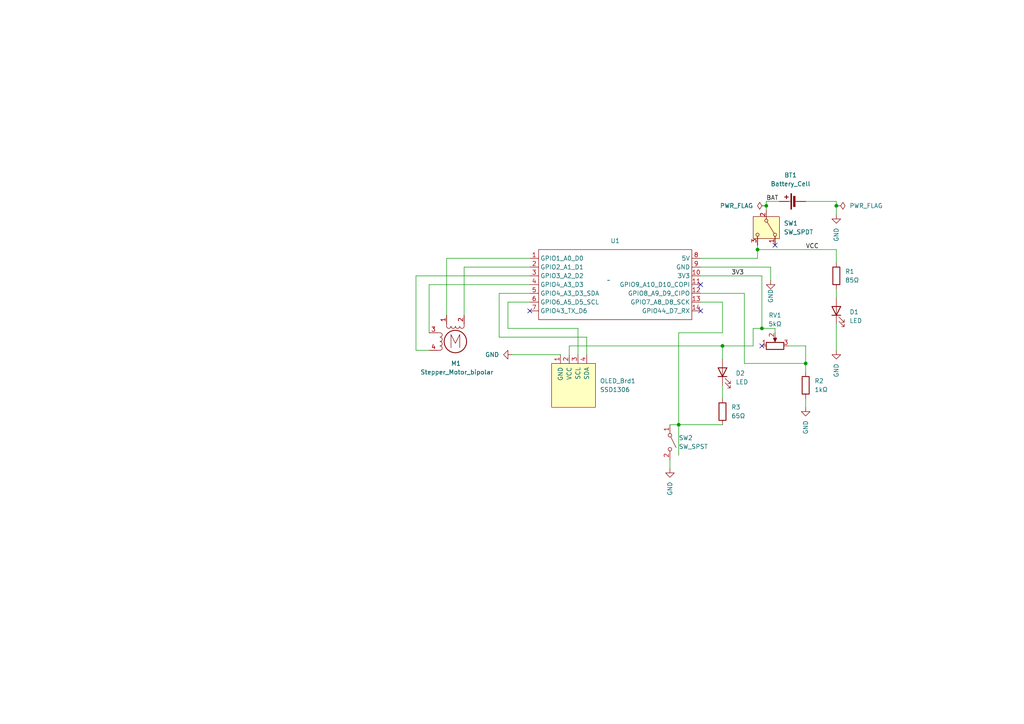
<source format=kicad_sch>
(kicad_sch (version 20230121) (generator eeschema)
  (paper "A4")
  (title_block (title "PCB_Controller") (date "2024-01-28") (company "Chelsey Lee"))
  (lib_symbols
    (symbol "Device:Battery_Cell" (pin_numbers hide) (pin_names (offset 0) hide)
      (property "Reference" "BT" (at 2.54 2.54 0))
      (property "Value" "Battery_Cell" (at 2.54 0 0))
      (symbol "Battery_Cell_0_1"
        (rectangle (start -2.286 1.778) (end 2.286 1.524) (fill (type outline)))
        (rectangle (start -1.524 1.016) (end 1.524 0.508) (fill (type outline)))
        (polyline (pts (xy 0 0.762) (xy 0 0)))
        (polyline (pts (xy 0 1.778) (xy 0 2.54)))
        (polyline (pts (xy 0.762 3.048) (xy 1.778 3.048)) (stroke (width 0.254)))
        (polyline (pts (xy 1.27 3.556) (xy 1.27 2.54)) (stroke (width 0.254)))
      )
      (symbol "Battery_Cell_1_1"
        (pin passive line (at 0 5.08 270) (length 2.54) (name "+") (number "1"))
        (pin passive line (at 0 -2.54 90) (length 2.54) (name "-") (number "2"))
      )
    )
    (symbol "Device:LED" (pin_numbers hide) (pin_names (offset 1.016) hide)
      (property "Reference" "D" (at 0 2.54 0))
      (property "Value" "LED" (at 0 -2.54 0))
      (symbol "LED_0_1"
        (polyline (pts (xy -1.27 -1.27) (xy -1.27 1.27)) (stroke (width 0.254)))
        (polyline (pts (xy -1.27 0) (xy 1.27 0)))
        (polyline (pts (xy 1.27 -1.27) (xy 1.27 1.27) (xy -1.27 0) (xy 1.27 -1.27)) (stroke (width 0.254)))
        (polyline (pts (xy -3.048 -0.762) (xy -4.572 -2.286) (xy -3.81 -2.286) (xy -4.572 -2.286) (xy -4.572 -1.524)))
        (polyline (pts (xy -1.778 -0.762) (xy -3.302 -2.286) (xy -2.54 -2.286) (xy -3.302 -2.286) (xy -3.302 -1.524)))
      )
      (symbol "LED_1_1"
        (pin passive line (at -3.81 0 0) (length 2.54) (name "K") (number "1"))
        (pin passive line (at 3.81 0 180) (length 2.54) (name "A") (number "2"))
      )
    )
    (symbol "Device:R" (pin_numbers hide) (pin_names (offset 0))
      (property "Reference" "R" (at 2.032 0 90))
      (property "Value" "R" (at 0 0 90))
      (symbol "R_0_1"
        (rectangle (start -1.016 -2.54) (end 1.016 2.54) (stroke (width 0.254)))
      )
      (symbol "R_1_1"
        (pin passive line (at 0 3.81 270) (length 1.27) (name "~") (number "1"))
        (pin passive line (at 0 -3.81 90) (length 1.27) (name "~") (number "2"))
      )
    )
    (symbol "Device:R_Potentiometer" (pin_names (offset 1.016) hide)
      (property "Reference" "RV" (at -4.445 0 90))
      (property "Value" "R_Potentiometer" (at -2.54 0 90))
      (symbol "R_Potentiometer_0_1"
        (polyline (pts (xy 2.54 0) (xy 1.524 0)))
        (polyline (pts (xy 1.143 0) (xy 2.286 0.508) (xy 2.286 -0.508) (xy 1.143 0)) (fill (type outline)))
        (rectangle (start 1.016 2.54) (end -1.016 -2.54) (stroke (width 0.254)))
      )
      (symbol "R_Potentiometer_1_1"
        (pin passive line (at 0 3.81 270) (length 1.27) (name "1") (number "1"))
        (pin passive line (at 3.81 0 180) (length 1.27) (name "2") (number "2"))
        (pin passive line (at 0 -3.81 90) (length 1.27) (name "3") (number "3"))
      )
    )
    (symbol "Motor:Stepper_Motor_bipolar" (pin_names (offset 0) hide)
      (property "Reference" "M" (at 3.81 2.54 0))
      (property "Value" "Stepper_Motor_bipolar" (at 3.81 1.27 0))
      (symbol "Stepper_Motor_bipolar_0_0"
        (polyline (pts (xy -1.27 -1.778) (xy -1.27 2.032) (xy 0 -0.508) (xy 1.27 2.032) (xy 1.27 -1.778)))
      )
      (symbol "Stepper_Motor_bipolar_0_1"
        (arc (start -4.445 -2.54) (mid -3.8127 -1.905) (end -4.445 -1.27))
        (arc (start -4.445 -1.27) (mid -3.8127 -0.635) (end -4.445 0))
        (arc (start -4.445 0) (mid -3.8127 0.635) (end -4.445 1.27))
        (arc (start -4.445 1.27) (mid -3.8127 1.905) (end -4.445 2.54))
        (arc (start -2.54 4.445) (mid -1.905 3.8127) (end -1.27 4.445))
        (arc (start -1.27 4.445) (mid -0.635 3.8127) (end 0 4.445))
        (polyline (pts (xy -5.08 -2.54) (xy -4.445 -2.54)))
        (polyline (pts (xy -5.08 2.54) (xy -4.445 2.54)))
        (polyline (pts (xy -2.54 5.08) (xy -2.54 4.445)))
        (polyline (pts (xy 2.54 5.08) (xy 2.54 4.445)))
        (circle (center 0 0) (radius 3.2512) (stroke (width 0.254)))
        (arc (start 0 4.445) (mid 0.635 3.8127) (end 1.27 4.445))
        (arc (start 1.27 4.445) (mid 1.905 3.8127) (end 2.54 4.445))
      )
      (symbol "Stepper_Motor_bipolar_1_1"
        (pin passive line (at -2.54 7.62 270) (length 2.54) (name "~") (number "1"))
        (pin passive line (at 2.54 7.62 270) (length 2.54) (name "-") (number "2"))
        (pin passive line (at -7.62 2.54 0) (length 2.54) (name "~") (number "3"))
        (pin passive line (at -7.62 -2.54 0) (length 2.54) (name "~") (number "4"))
      )
    )
    (symbol "Switch:SW_SPDT" (pin_names (offset 0) hide)
      (property "Reference" "SW" (at 0 5.08 0))
      (property "Value" "SW_SPDT" (at 0 -5.08 0))
      (symbol "SW_SPDT_0_1"
        (circle (center -2.032 0) (radius 0.4572))
        (polyline (pts (xy -1.651 0.254) (xy 1.651 2.286)))
        (circle (center 2.032 -2.54) (radius 0.4572))
        (circle (center 2.032 2.54) (radius 0.4572))
      )
      (symbol "SW_SPDT_1_1"
        (rectangle (start -3.175 3.81) (end 3.175 -3.81) (fill (type background)))
        (pin passive line (at 5.08 2.54 180) (length 2.54) (name "A") (number "1"))
        (pin passive line (at -5.08 0 0) (length 2.54) (name "B") (number "2"))
        (pin passive line (at 5.08 -2.54 180) (length 2.54) (name "C") (number "3"))
      )
    )
    (symbol "Switch:SW_SPST" (pin_names (offset 0) hide)
      (property "Reference" "SW" (at 0 3.175 0))
      (property "Value" "SW_SPST" (at 0 -2.54 0))
      (symbol "SW_SPST_0_0"
        (circle (center -2.032 0) (radius 0.508))
        (polyline (pts (xy -1.524 0.254) (xy 1.524 1.778)))
        (circle (center 2.032 0) (radius 0.508))
      )
      (symbol "SW_SPST_1_1"
        (pin passive line (at -5.08 0 0) (length 2.54) (name "A") (number "1"))
        (pin passive line (at 5.08 0 180) (length 2.54) (name "B") (number "2"))
      )
    )
    (symbol "power:GND" (power) (pin_names (offset 0))
      (property "Value" "GND" (at 0 -3.81 0))
      (symbol "GND_0_1"
        (polyline (pts (xy 0 0) (xy 0 -1.27) (xy 1.27 -1.27) (xy 0 -2.54) (xy -1.27 -1.27) (xy 0 -1.27)))
      )
      (symbol "GND_1_1"
        (pin power_in line (at 0 0 270) (length 0) hide (name "GND") (number "1"))
      )
    )
    (symbol "power:PWR_FLAG" (power) (pin_numbers hide) (pin_names (offset 0) hide)
      (property "Value" "PWR_FLAG" (at 0 3.81 0))
      (symbol "PWR_FLAG_0_0"
        (pin power_out line (at 0 0 90) (length 0) (name "pwr") (number "1"))
      )
      (symbol "PWR_FLAG_0_1"
        (polyline (pts (xy 0 0) (xy 0 1.27) (xy -1.016 1.905) (xy 0 2.54) (xy 1.016 1.905) (xy 0 1.27)))
      )
    )
    (symbol "seeeduino xiao esp32:XIAO_ESP32_SENSE"
      (property "Reference" "U" (at 0 0 0))
      (symbol "XIAO_ESP32_SENSE_0_1"
        (polyline (pts (xy -20.32 8.89) (xy -20.32 -11.43) (xy 24.13 -11.43) (xy 24.13 8.89) (xy -20.32 8.89)))
      )
      (symbol "XIAO_ESP32_SENSE_1_1"
        (pin bidirectional line (at -22.86 6.35 0) (length 2.54) (name "GPIO1_A0_D0") (number "1"))
        (pin bidirectional line (at 26.67 1.27 180) (length 2.54) (name "3V3") (number "10"))
        (pin bidirectional line (at 26.67 -1.27 180) (length 2.54) (name "GPIO9_A10_D10_COPI") (number "11"))
        (pin bidirectional line (at 26.67 -3.81 180) (length 2.54) (name "GPIO8_A9_D9_CIPO") (number "12"))
        (pin bidirectional line (at 26.67 -6.35 180) (length 2.54) (name "GPIO7_A8_D8_SCK") (number "13"))
        (pin bidirectional line (at 26.67 -8.89 180) (length 2.54) (name "GPIO44_D7_RX") (number "14"))
        (pin bidirectional line (at -22.86 3.81 0) (length 2.54) (name "GPIO2_A1_D1") (number "2"))
        (pin bidirectional line (at -22.86 1.27 0) (length 2.54) (name "GPIO3_A2_D2") (number "3"))
        (pin bidirectional line (at -22.86 -1.27 0) (length 2.54) (name "GPIO4_A3_D3") (number "4"))
        (pin bidirectional line (at -22.86 -3.81 0) (length 2.54) (name "GPIO4_A3_D3_SDA") (number "5"))
        (pin bidirectional line (at -22.86 -6.35 0) (length 2.54) (name "GPIO6_A5_D5_SCL") (number "6"))
        (pin bidirectional line (at -22.86 -8.89 0) (length 2.54) (name "GPIO43_TX_D6") (number "7"))
        (pin bidirectional line (at 26.67 6.35 180) (length 2.54) (name "5V") (number "8"))
        (pin bidirectional line (at 26.67 3.81 180) (length 2.54) (name "GND") (number "9"))
      )
    )
    (symbol "ssd1306_oled:SSD1306" (pin_names (offset 1.016))
      (property "Reference" "Brd" (at 0 -3.81 0))
      (property "Value" "SSD1306" (at 0 -1.27 0))
      (symbol "SSD1306_0_1"
        (rectangle (start -6.35 6.35) (end 6.35 -6.35) (fill (type background)))
      )
      (symbol "SSD1306_1_1"
        (pin input line (at -3.81 8.89 270) (length 2.54) (name "GND") (number "1"))
        (pin input line (at -1.27 8.89 270) (length 2.54) (name "VCC") (number "2"))
        (pin input line (at 1.27 8.89 270) (length 2.54) (name "SCL") (number "3"))
        (pin input line (at 3.81 8.89 270) (length 2.54) (name "SDA") (number "4"))
      )
    )
  )
  (junction (at 242.57 59.69))
  (junction (at 233.68 105.41))
  (junction (at 220.98 95.25))
  (junction (at 222.25 59.69))
  (junction (at 196.85 123.19))
  (junction (at 209.55 100.33))
  (junction (at 219.71 72.39))
  (no_connect (at 203.2 90.17))
  (no_connect (at 220.98 100.33))
  (no_connect (at 203.2 82.55))
  (no_connect (at 153.67 90.17))
  (no_connect (at 224.79 71.12))
  (wire (pts (xy 196.85 123.19) (xy 209.55 123.19)))
  (wire (pts (xy 209.55 96.52) (xy 209.55 87.63)))
  (wire (pts (xy 218.44 100.33) (xy 209.55 100.33)))
  (wire (pts (xy 147.32 87.63) (xy 147.32 95.25)))
  (wire (pts (xy 144.78 97.79) (xy 170.18 97.79)))
  (wire (pts (xy 144.78 85.09) (xy 153.67 85.09)))
  (wire (pts (xy 222.25 58.42) (xy 222.25 59.69)))
  (wire (pts (xy 194.31 133.35) (xy 194.31 135.89)))
  (wire (pts (xy 120.65 80.01) (xy 120.65 101.6)))
  (wire (pts (xy 209.55 111.76) (xy 209.55 115.57)))
  (wire (pts (xy 203.2 77.47) (xy 223.52 77.47)))
  (wire (pts (xy 167.64 95.25) (xy 167.64 102.87)))
  (wire (pts (xy 134.62 77.47) (xy 153.67 77.47)))
  (wire (pts (xy 242.57 93.98) (xy 242.57 101.6)))
  (wire (pts (xy 219.71 72.39) (xy 219.71 74.93)))
  (wire (pts (xy 129.54 91.44) (xy 129.54 74.93)))
  (wire (pts (xy 222.25 59.69) (xy 222.25 60.96)))
  (wire (pts (xy 134.62 91.44) (xy 134.62 77.47)))
  (wire (pts (xy 233.68 58.42) (xy 242.57 58.42)))
  (wire (pts (xy 165.1 100.33) (xy 209.55 100.33)))
  (wire (pts (xy 148.59 102.87) (xy 162.56 102.87)))
  (wire (pts (xy 215.9 105.41) (xy 233.68 105.41)))
  (wire (pts (xy 209.55 87.63) (xy 203.2 87.63)))
  (wire (pts (xy 144.78 85.09) (xy 144.78 97.79)))
  (wire (pts (xy 242.57 72.39) (xy 242.57 76.2)))
  (wire (pts (xy 222.25 58.42) (xy 226.06 58.42)))
  (wire (pts (xy 147.32 95.25) (xy 167.64 95.25)))
  (wire (pts (xy 242.57 72.39) (xy 219.71 72.39)))
  (wire (pts (xy 196.85 132.08) (xy 196.85 123.19)))
  (wire (pts (xy 120.65 80.01) (xy 153.67 80.01)))
  (wire (pts (xy 233.68 105.41) (xy 233.68 107.95)))
  (wire (pts (xy 124.46 82.55) (xy 153.67 82.55)))
  (wire (pts (xy 242.57 59.69) (xy 242.57 62.23)))
  (wire (pts (xy 196.85 123.19) (xy 194.31 123.19)))
  (wire (pts (xy 165.1 100.33) (xy 165.1 102.87)))
  (wire (pts (xy 196.85 96.52) (xy 196.85 123.19)))
  (wire (pts (xy 209.55 100.33) (xy 209.55 104.14)))
  (wire (pts (xy 215.9 85.09) (xy 215.9 105.41)))
  (wire (pts (xy 219.71 71.12) (xy 219.71 72.39)))
  (wire (pts (xy 220.98 95.25) (xy 224.79 95.25)))
  (wire (pts (xy 203.2 85.09) (xy 215.9 85.09)))
  (wire (pts (xy 124.46 82.55) (xy 124.46 96.52)))
  (wire (pts (xy 223.52 77.47) (xy 223.52 81.28)))
  (wire (pts (xy 242.57 83.82) (xy 242.57 86.36)))
  (wire (pts (xy 203.2 74.93) (xy 219.71 74.93)))
  (wire (pts (xy 209.55 96.52) (xy 196.85 96.52)))
  (wire (pts (xy 170.18 97.79) (xy 170.18 102.87)))
  (wire (pts (xy 228.6 100.33) (xy 233.68 100.33)))
  (wire (pts (xy 218.44 95.25) (xy 220.98 95.25)))
  (wire (pts (xy 242.57 58.42) (xy 242.57 59.69)))
  (wire (pts (xy 129.54 74.93) (xy 153.67 74.93)))
  (wire (pts (xy 203.2 80.01) (xy 220.98 80.01)))
  (wire (pts (xy 147.32 87.63) (xy 153.67 87.63)))
  (wire (pts (xy 233.68 115.57) (xy 233.68 118.11)))
  (wire (pts (xy 224.79 95.25) (xy 224.79 96.52)))
  (wire (pts (xy 120.65 101.6) (xy 124.46 101.6)))
  (wire (pts (xy 218.44 95.25) (xy 218.44 100.33)))
  (wire (pts (xy 233.68 100.33) (xy 233.68 105.41)))
  (wire (pts (xy 220.98 80.01) (xy 220.98 95.25)))
  (label "BAT" (at 222.25 58.42 0))
  (label "VCC" (at 233.68 72.39 0))
  (label "3V3" (at 212.09 80.01 0))
  (symbol (lib_id "power:GND") (at 194.31 135.89 0) (unit 1)
    (property "Reference" "#PWR08" (effects hide))
    (property "Value" "GND" (at 194.31 139.7 90) (effects (justify right)))
  )
  (symbol (lib_id "Device:R") (at 233.68 111.76 0) (unit 1)
    (property "Reference" "R2" (at 236.22 110.49 0) (effects (justify left)))
    (property "Value" "1kΩ" (at 236.22 113.03 0) (effects (justify left)))
    (property "Footprint" "Resistor_SMD:R_0805_2012Metric_Pad1.20x1.40mm_HandSolder" (effects hide))
  )
  (symbol (lib_id "Device:LED") (at 209.55 107.95 90) (unit 1)
    (property "Reference" "D2" (at 213.36 108.2675 90) (effects (justify right)))
    (property "Value" "LED" (at 213.36 110.8075 90) (effects (justify right)))
    (property "Footprint" "LED_SMD:LED_0805_2012Metric_Pad1.15x1.40mm_HandSolder" (effects hide))
  )
  (symbol (lib_id "Motor:Stepper_Motor_bipolar") (at 132.08 99.06 0) (unit 1)
    (property "Reference" "M1" (at 130.81 105.41 0) (effects (justify left)))
    (property "Value" "Stepper_Motor_bipolar" (at 121.92 107.95 0) (effects (justify left)))
    (property "Footprint" "demo motor:x27_stepper" (effects hide))
    (property "Datasheet" "http://www.infineon.com/dgdl/Application-Note-TLE8110EE_driving_UniPolarStepperMotor_V1.1.pdf?fileId=db3a30431be39b97011be5d0aa0a00b0" (effects hide))
  )
  (symbol (lib_id "ssd1306_oled:SSD1306") (at 166.37 111.76 0) (unit 1)
    (property "Reference" "OLED_Brd1" (at 173.99 110.49 0) (effects (justify left)))
    (property "Value" "SSD1306" (at 173.99 113.03 0) (effects (justify left)))
    (property "Footprint" "demo ssd1306:128x64OLED" (effects hide))
  )
  (symbol (lib_id "Device:Battery_Cell") (at 231.14 58.42 90) (unit 1)
    (property "Reference" "BT1" (at 229.2985 50.8 90))
    (property "Value" "Battery_Cell" (at 229.2985 53.34 90))
    (property "Footprint" "Connector_JST:JST_NV_B02P-NV_1x02_P5.00mm_Vertical" (effects hide))
  )
  (symbol (lib_id "Device:LED") (at 242.57 90.17 90) (unit 1)
    (property "Reference" "D1" (at 246.38 90.4875 90) (effects (justify right)))
    (property "Value" "LED" (at 246.38 93.0275 90) (effects (justify right)))
    (property "Footprint" "LED_SMD:LED_0805_2012Metric_Pad1.15x1.40mm_HandSolder" (effects hide))
  )
  (symbol (lib_id "Switch:SW_SPST") (at 194.31 128.27 270) (unit 1)
    (property "Reference" "SW2" (at 196.85 127 90) (effects (justify left)))
    (property "Value" "SW_SPST" (at 196.85 129.54 90) (effects (justify left)))
    (property "Footprint" "Button_Switch_THT:SW_PUSH-12mm" (effects hide))
  )
  (symbol (lib_id "power:PWR_FLAG") (at 222.25 59.69 90) (unit 1)
    (property "Reference" "#FLG01" (effects hide))
    (property "Value" "PWR_FLAG" (at 218.44 59.69 90) (effects (justify left)))
  )
  (symbol (lib_id "power:GND") (at 233.68 118.11 0) (unit 1)
    (property "Reference" "#PWR06" (effects hide))
    (property "Value" "GND" (at 233.68 121.92 90) (effects (justify right)))
  )
  (symbol (lib_id "Device:R") (at 242.57 80.01 0) (unit 1)
    (property "Reference" "R1" (at 245.11 78.74 0) (effects (justify left)))
    (property "Value" "85Ω" (at 245.11 81.28 0) (effects (justify left)))
    (property "Footprint" "Resistor_SMD:R_0805_2012Metric_Pad1.20x1.40mm_HandSolder" (effects hide))
  )
  (symbol (lib_id "power:GND") (at 148.59 102.87 270) (unit 1)
    (property "Reference" "#PWR05" (effects hide))
    (property "Value" "GND" (at 144.78 102.87 90) (effects (justify right)))
  )
  (symbol (lib_id "power:GND") (at 242.57 62.23 0) (unit 1)
    (property "Reference" "#PWR02" (effects hide))
    (property "Value" "GND" (at 242.57 66.04 90) (effects (justify right)))
  )
  (symbol (lib_id "Device:R") (at 209.55 119.38 0) (unit 1)
    (property "Reference" "R3" (at 212.09 118.11 0) (effects (justify left)))
    (property "Value" "65Ω" (at 212.09 120.65 0) (effects (justify left)))
    (property "Footprint" "Resistor_SMD:R_0805_2012Metric_Pad1.20x1.40mm_HandSolder" (effects hide))
  )
  (symbol (lib_id "Device:R_Potentiometer") (at 224.79 100.33 90) (unit 1)
    (property "Reference" "RV1" (at 224.79 91.44 90))
    (property "Value" "5kΩ" (at 224.79 93.98 90))
    (property "Footprint" "Potentiometer_THT:Potentiometer_Piher_PC-16_Single_Horizontal" (effects hide))
  )
  (symbol (lib_id "power:GND") (at 242.57 101.6 0) (unit 1)
    (property "Reference" "#PWR03" (effects hide))
    (property "Value" "GND" (at 242.57 105.41 90) (effects (justify right)))
  )
  (symbol (lib_id "power:GND") (at 223.52 81.28 0) (unit 1)
    (property "Reference" "#PWR01" (effects hide))
    (property "Value" "GND" (at 223.52 83.82 90) (effects (justify right)))
  )
  (symbol (lib_id "Switch:SW_SPDT") (at 222.25 66.04 270) (unit 1)
    (property "Reference" "SW1" (at 227.33 64.77 90) (effects (justify left)))
    (property "Value" "SW_SPDT" (at 227.33 67.31 90) (effects (justify left)))
    (property "Footprint" "Connector_JST:JST_EH_B3B-EH-A_1x03_P2.50mm_Vertical" (effects hide))
  )
  (symbol (lib_id "seeeduino xiao esp32:XIAO_ESP32_SENSE") (at 176.53 81.28 0) (unit 1)
    (property "Reference" "U1" (at 178.435 69.85 0))
    (property "Value" "~" (at 176.53 81.28 0))
    (property "Footprint" "demo xiao:XIAO_ESP32_SENSE" (effects hide))
  )
  (symbol (lib_id "power:PWR_FLAG") (at 242.57 59.69 270) (unit 1)
    (property "Reference" "#FLG02" (effects hide))
    (property "Value" "PWR_FLAG" (at 246.38 59.69 90) (effects (justify left)))
  )
)
</source>
